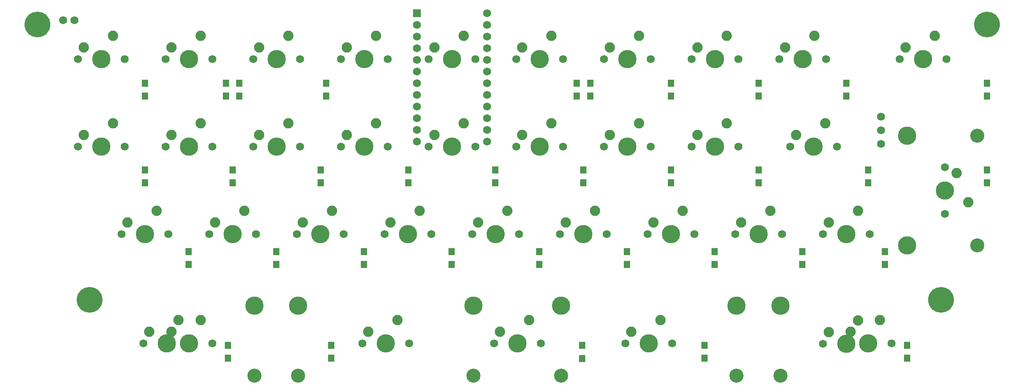
<source format=gbr>
G04 #@! TF.GenerationSoftware,KiCad,Pcbnew,(5.1.9)-1*
G04 #@! TF.CreationDate,2021-12-01T20:16:17-08:00*
G04 #@! TF.ProjectId,Isola_v2,49736f6c-615f-4763-922e-6b696361645f,rev?*
G04 #@! TF.SameCoordinates,Original*
G04 #@! TF.FileFunction,Soldermask,Bot*
G04 #@! TF.FilePolarity,Negative*
%FSLAX46Y46*%
G04 Gerber Fmt 4.6, Leading zero omitted, Abs format (unit mm)*
G04 Created by KiCad (PCBNEW (5.1.9)-1) date 2021-12-01 20:16:17*
%MOMM*%
%LPD*%
G01*
G04 APERTURE LIST*
%ADD10C,1.752600*%
%ADD11R,1.752600X1.752600*%
%ADD12C,2.250000*%
%ADD13C,3.987800*%
%ADD14C,1.750000*%
%ADD15R,1.397000X1.600000*%
%ADD16C,3.048000*%
%ADD17C,5.600000*%
G04 APERTURE END LIST*
D10*
X93345000Y457200D03*
X78105000Y-27482800D03*
X93345000Y-2082800D03*
X93345000Y-4622800D03*
X93345000Y-7162800D03*
X93345000Y-9702800D03*
X93345000Y-12242800D03*
X93345000Y-14782800D03*
X93345000Y-17322800D03*
X93345000Y-19862800D03*
X93345000Y-22402800D03*
X93345000Y-24942800D03*
X93345000Y-27482800D03*
X78105000Y-24942800D03*
X78105000Y-22402800D03*
X78105000Y-19862800D03*
X78105000Y-17322800D03*
X78105000Y-14782800D03*
X78105000Y-12242800D03*
X78105000Y-9702800D03*
X78105000Y-7162800D03*
X78105000Y-4622800D03*
X78105000Y-2082800D03*
D11*
X78105000Y457200D03*
D12*
X178752500Y-66357500D03*
D13*
X176212500Y-71437500D03*
D12*
X172402500Y-68897500D03*
D14*
X171132500Y-71437500D03*
X181292500Y-71437500D03*
D12*
X26352500Y-66357500D03*
D13*
X23812500Y-71437500D03*
D12*
X20002500Y-68897500D03*
D14*
X18732500Y-71437500D03*
X28892500Y-71437500D03*
D12*
X88265000Y-4445000D03*
D13*
X85725000Y-9525000D03*
D12*
X81915000Y-6985000D03*
D14*
X80645000Y-9525000D03*
X90805000Y-9525000D03*
D12*
X12065000Y-4445000D03*
D13*
X9525000Y-9525000D03*
D12*
X5715000Y-6985000D03*
D14*
X4445000Y-9525000D03*
X14605000Y-9525000D03*
D12*
X31115000Y-4445000D03*
D13*
X28575000Y-9525000D03*
D12*
X24765000Y-6985000D03*
D14*
X23495000Y-9525000D03*
X33655000Y-9525000D03*
D12*
X50165000Y-4445000D03*
D13*
X47625000Y-9525000D03*
D12*
X43815000Y-6985000D03*
D14*
X42545000Y-9525000D03*
X52705000Y-9525000D03*
D12*
X69215000Y-4445000D03*
D13*
X66675000Y-9525000D03*
D12*
X62865000Y-6985000D03*
D14*
X61595000Y-9525000D03*
X71755000Y-9525000D03*
D12*
X107315000Y-4445000D03*
D13*
X104775000Y-9525000D03*
D12*
X100965000Y-6985000D03*
D14*
X99695000Y-9525000D03*
X109855000Y-9525000D03*
D12*
X126365000Y-4445000D03*
D13*
X123825000Y-9525000D03*
D12*
X120015000Y-6985000D03*
D14*
X118745000Y-9525000D03*
X128905000Y-9525000D03*
D12*
X145415000Y-4445000D03*
D13*
X142875000Y-9525000D03*
D12*
X139065000Y-6985000D03*
D14*
X137795000Y-9525000D03*
X147955000Y-9525000D03*
D12*
X164465000Y-4445000D03*
D13*
X161925000Y-9525000D03*
D12*
X158115000Y-6985000D03*
D14*
X156845000Y-9525000D03*
X167005000Y-9525000D03*
D12*
X12065000Y-23495000D03*
D13*
X9525000Y-28575000D03*
D12*
X5715000Y-26035000D03*
D14*
X4445000Y-28575000D03*
X14605000Y-28575000D03*
D12*
X31115000Y-23495000D03*
D13*
X28575000Y-28575000D03*
D12*
X24765000Y-26035000D03*
D14*
X23495000Y-28575000D03*
X33655000Y-28575000D03*
D12*
X50165000Y-23495000D03*
D13*
X47625000Y-28575000D03*
D12*
X43815000Y-26035000D03*
D14*
X42545000Y-28575000D03*
X52705000Y-28575000D03*
D12*
X69215000Y-23495000D03*
D13*
X66675000Y-28575000D03*
D12*
X62865000Y-26035000D03*
D14*
X61595000Y-28575000D03*
X71755000Y-28575000D03*
D12*
X88265000Y-23495000D03*
D13*
X85725000Y-28575000D03*
D12*
X81915000Y-26035000D03*
D14*
X80645000Y-28575000D03*
X90805000Y-28575000D03*
D12*
X107315000Y-23495000D03*
D13*
X104775000Y-28575000D03*
D12*
X100965000Y-26035000D03*
D14*
X99695000Y-28575000D03*
X109855000Y-28575000D03*
D12*
X126365000Y-23495000D03*
D13*
X123825000Y-28575000D03*
D12*
X120015000Y-26035000D03*
D14*
X118745000Y-28575000D03*
X128905000Y-28575000D03*
D12*
X145415000Y-23495000D03*
D13*
X142875000Y-28575000D03*
D12*
X139065000Y-26035000D03*
D14*
X137795000Y-28575000D03*
X147955000Y-28575000D03*
D12*
X21590000Y-42545000D03*
D13*
X19050000Y-47625000D03*
D12*
X15240000Y-45085000D03*
D14*
X13970000Y-47625000D03*
X24130000Y-47625000D03*
D12*
X40640000Y-42545000D03*
D13*
X38100000Y-47625000D03*
D12*
X34290000Y-45085000D03*
D14*
X33020000Y-47625000D03*
X43180000Y-47625000D03*
D12*
X59690000Y-42545000D03*
D13*
X57150000Y-47625000D03*
D12*
X53340000Y-45085000D03*
D14*
X52070000Y-47625000D03*
X62230000Y-47625000D03*
D12*
X78740000Y-42545000D03*
D13*
X76200000Y-47625000D03*
D12*
X72390000Y-45085000D03*
D14*
X71120000Y-47625000D03*
X81280000Y-47625000D03*
D12*
X97790000Y-42545000D03*
D13*
X95250000Y-47625000D03*
D12*
X91440000Y-45085000D03*
D14*
X90170000Y-47625000D03*
X100330000Y-47625000D03*
D12*
X116840000Y-42545000D03*
D13*
X114300000Y-47625000D03*
D12*
X110490000Y-45085000D03*
D14*
X109220000Y-47625000D03*
X119380000Y-47625000D03*
D12*
X135890000Y-42545000D03*
D13*
X133350000Y-47625000D03*
D12*
X129540000Y-45085000D03*
D14*
X128270000Y-47625000D03*
X138430000Y-47625000D03*
D12*
X154940000Y-42545000D03*
D13*
X152400000Y-47625000D03*
D12*
X148590000Y-45085000D03*
D14*
X147320000Y-47625000D03*
X157480000Y-47625000D03*
D12*
X173990000Y-42545000D03*
D13*
X171450000Y-47625000D03*
D12*
X167640000Y-45085000D03*
D14*
X166370000Y-47625000D03*
X176530000Y-47625000D03*
D12*
X173990000Y-66370200D03*
D13*
X171450000Y-71450200D03*
D12*
X167640000Y-68910200D03*
D14*
X166370000Y-71450200D03*
X176530000Y-71450200D03*
D12*
X31115000Y-66319400D03*
D13*
X28575000Y-71399400D03*
D12*
X24765000Y-68859400D03*
D14*
X23495000Y-71399400D03*
X33655000Y-71399400D03*
D12*
X190658750Y-4445000D03*
D13*
X188118750Y-9525000D03*
D12*
X184308750Y-6985000D03*
D14*
X183038750Y-9525000D03*
X193198750Y-9525000D03*
D12*
X166846250Y-23495000D03*
D13*
X164306250Y-28575000D03*
D12*
X160496250Y-26035000D03*
D14*
X159226250Y-28575000D03*
X169386250Y-28575000D03*
D10*
X3750000Y-1041400D03*
X1270000Y-1041400D03*
X179000000Y-28000000D03*
X179000000Y-25000000D03*
X179000000Y-22000000D03*
D15*
X184683400Y-71853600D03*
X184683400Y-74653600D03*
X114071400Y-71858300D03*
X114071400Y-74658300D03*
X140589000Y-71853600D03*
X140589000Y-74653600D03*
X58420000Y-14721000D03*
X58420000Y-17521000D03*
X19015200Y-14721000D03*
X19015200Y-17521000D03*
X36642800Y-14721000D03*
X36642800Y-17521000D03*
X39542800Y-14721000D03*
X39542800Y-17521000D03*
X112852200Y-14721000D03*
X112852200Y-17521000D03*
X115773200Y-14721000D03*
X115773200Y-17521000D03*
X133315200Y-14721000D03*
X133315200Y-17521000D03*
X152365200Y-14721000D03*
X152365200Y-17521000D03*
X171415200Y-14721000D03*
X171415200Y-17521000D03*
X202000000Y-14721000D03*
X202000000Y-17521000D03*
X19015200Y-33618600D03*
X19015200Y-36418600D03*
X38065200Y-33618600D03*
X38065200Y-36418600D03*
X57200800Y-33618600D03*
X57200800Y-36418600D03*
X76250800Y-33618600D03*
X76250800Y-36418600D03*
X95173800Y-33618600D03*
X95173800Y-36418600D03*
X114265200Y-33618600D03*
X114265200Y-36418600D03*
X133315200Y-33618600D03*
X133315200Y-36418600D03*
X152365200Y-33618600D03*
X152365200Y-36418600D03*
X176177700Y-33618600D03*
X176177700Y-36418600D03*
X202000000Y-33618600D03*
X202000000Y-36418600D03*
X28540200Y-51424000D03*
X28540200Y-54224000D03*
X47590200Y-51424000D03*
X47590200Y-54224000D03*
X66640200Y-51424000D03*
X66640200Y-54224000D03*
X85690200Y-51424000D03*
X85690200Y-54224000D03*
X104740200Y-51424000D03*
X104740200Y-54224000D03*
X123790200Y-51424000D03*
X123790200Y-54224000D03*
X142840200Y-51424000D03*
X142840200Y-54224000D03*
X161890200Y-51424000D03*
X161890200Y-54224000D03*
X179781200Y-51406600D03*
X179781200Y-54206600D03*
X37109400Y-71853600D03*
X37109400Y-74653600D03*
X59486800Y-71853600D03*
X59486800Y-74653600D03*
D12*
X197967600Y-40640000D03*
D13*
X192887600Y-38100000D03*
D12*
X195427600Y-34290000D03*
D14*
X192887600Y-33020000D03*
X192887600Y-43180000D03*
D16*
X199872600Y-50038000D03*
X199872600Y-26162000D03*
D13*
X184632600Y-50038000D03*
X184632600Y-26162000D03*
D12*
X131089400Y-66319400D03*
X124739400Y-68859400D03*
D13*
X128549400Y-71399400D03*
D14*
X123469400Y-71399400D03*
X133629400Y-71399400D03*
D16*
X109499400Y-78384400D03*
X147599400Y-78384400D03*
D13*
X109499400Y-63144400D03*
X147599400Y-63144400D03*
D12*
X73939400Y-66319400D03*
X67589400Y-68859400D03*
D13*
X71399400Y-71399400D03*
D14*
X66319400Y-71399400D03*
X76479400Y-71399400D03*
D16*
X52349400Y-78384400D03*
X90449400Y-78384400D03*
D13*
X52349400Y-63144400D03*
X90449400Y-63144400D03*
D12*
X102552500Y-66357500D03*
D13*
X100012500Y-71437500D03*
D12*
X96202500Y-68897500D03*
D14*
X94932500Y-71437500D03*
X105092500Y-71437500D03*
D16*
X42862500Y-78422500D03*
X157162500Y-78422500D03*
D13*
X42862500Y-63182500D03*
X157162500Y-63182500D03*
D17*
X-4356250Y-2000000D03*
X202000000Y-2000000D03*
X7000000Y-61899800D03*
X192000000Y-61925200D03*
M02*

</source>
